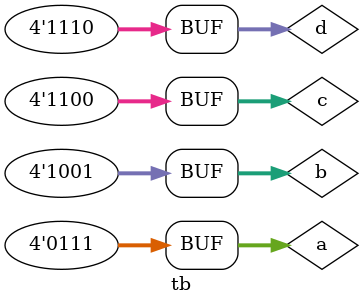
<source format=v>
module ex6(a,b,c,d,o0,o1,o2,o3,o4,o5,o6,o7);
input [3:0]a,b,c,d;
output [3:0]o0,o1,o2,o3,o4,o5,o6,o7 ;
assign o0=a|b;
assign o1=c&d;
assign o2=a^b;
assign o3=~(c^d);
assign o4=(c&&d);
assign o5=a||b;
assign o6=b>>2;
assign o7=a<<3;
endmodule

module tb;
reg [3:0]a,b,c,d;
wire [3:0]o0,o1,o2,o3,o4,o5,o6,o7;
ex6 i1(a,b,c,d,o0,o1,o2,o3,o4,o5,o6,o7);
initial begin
$monitor(" \n(a|b)=%b \n(c&d)=%b \n(a^b)=%b \n~(c^d)=%b \n(c&&d)=%b \n(a||b)=%b \n(b>>2)=%b \n(a<<3)=%b \n",o0,o1,o2,o3,o4,o5,o6,o7);
 a=7;b=4'b1001;c=4'hc;d=14;
end 
endmodule



</source>
